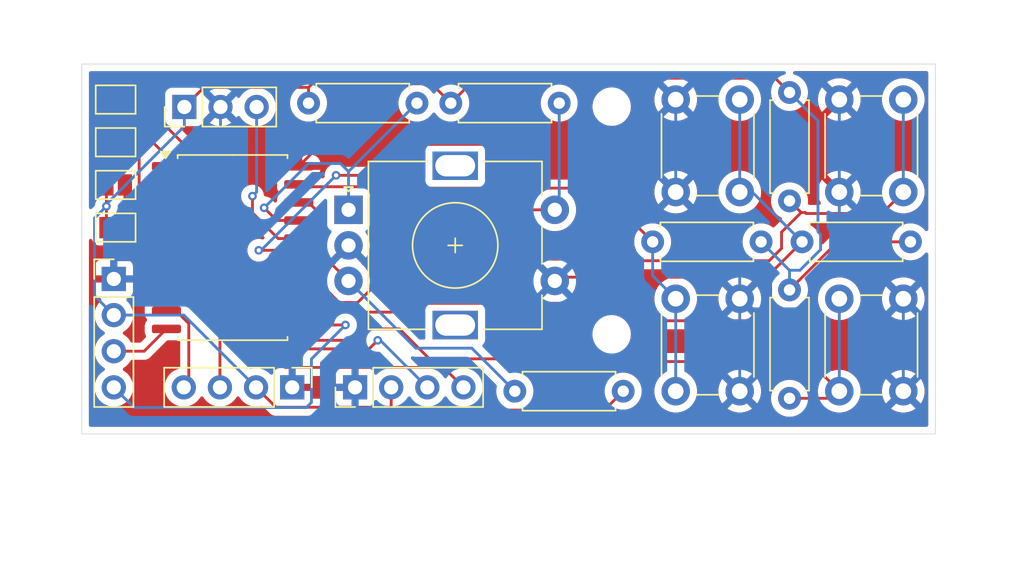
<source format=kicad_pcb>
(kicad_pcb (version 20241229) (generator "pcbnew") (generator_version "9.0")
  (layers (0 "F.Cu" signal) (2 "B.Cu" signal) (13 "F.Paste" user) (15 "B.Paste" user) (5 "F.SilkS" user "F.Silkscreen") (7 "B.SilkS" user "B.Silkscreen") (1 "F.Mask" user) (3 "B.Mask" user) (25 "Edge.Cuts" user))
  (net 0 "")
  (net 1 "Net-(J1-Pin_3)")
  (net 2 "GND")
  (net 3 "VCC")
  (net 4 "Net-(J2-Pin_4)")
  (net 5 "Net-(J2-Pin_3)")
  (net 6 "Net-(J3-Pin_3)")
  (net 7 "Net-(J3-Pin_4)")
  (net 8 "Net-(U1-PA1)")
  (net 9 "Net-(U1-PA2)")
  (net 10 "Net-(U1-PA3)")
  (net 11 "Net-(U1-PC0)")
  (net 12 "Net-(U1-PC1)")
  (net 13 "Net-(U1-PC2)")
  (net 14 "Net-(U1-PC3)")
  (net 15 "Net-(J4-Pin_3)")
  (net 16 "Net-(J4-Pin_4)")
  (net 17 "Net-(JP1-A)")
  (net 18 "Net-(JP2-A)")
  (net 19 "Net-(JP3-A)")
  (net 20 "Net-(JP4-A)")
  (footprint "Rotary_Encoder:RotaryEncoder_Alps_EC11E-Switch_Vertical_H20mm" (layer "F.Cu") (at 154 77.25)
    (property "Reference" "SW1" (hide yes))
    (property "Value" "RotaryEncoder_Switch" (hide yes))
    (fp_line (start -0.3 -1.6) (end 0.3 -1.6) (stroke (width 0.12)) (layer "F.SilkS"))
    (fp_line (start 0 -1.3) (end -0.3 -1.6) (stroke (width 0.12)) (layer "F.SilkS"))
    (fp_line (start 0.3 -1.6) (end 0 -1.3) (stroke (width 0.12)) (layer "F.SilkS"))
    (fp_line (start 1.4 -3.4) (end 1.4 8.4) (stroke (width 0.12)) (layer "F.SilkS"))
    (fp_line (start 5.5 -3.4) (end 1.4 -3.4) (stroke (width 0.12)) (layer "F.SilkS"))
    (fp_line (start 5.5 8.4) (end 1.4 8.4) (stroke (width 0.12)) (layer "F.SilkS"))
    (fp_line (start 7 2.5) (end 8 2.5) (stroke (width 0.12)) (layer "F.SilkS"))
    (fp_line (start 7.5 2) (end 7.5 3) (stroke (width 0.12)) (layer "F.SilkS"))
    (fp_line (start 9.5 -3.4) (end 13.6 -3.4) (stroke (width 0.12)) (layer "F.SilkS"))
    (fp_line (start 13.6 -3.4) (end 13.6 -1) (stroke (width 0.12)) (layer "F.SilkS"))
    (fp_line (start 13.6 1.2) (end 13.6 3.8) (stroke (width 0.12)) (layer "F.SilkS"))
    (fp_line (start 13.6 6) (end 13.6 8.4) (stroke (width 0.12)) (layer "F.SilkS"))
    (fp_line (start 13.6 8.4) (end 9.5 8.4) (stroke (width 0.12)) (layer "F.SilkS"))
    (fp_circle (center 7.5 2.5) (end 10.5 2.5) (stroke (width 0.12)) (fill no) (layer "F.SilkS"))
    (pad "A" thru_hole rect (at 0 0) (size 2 2) (drill 1) (layers "*.Cu" "*.Mask") (net 8 "Net-(U1-PA1)"))
    (pad "B" thru_hole circle (at 0 5) (size 2 2) (drill 1) (layers "*.Cu" "*.Mask") (net 9 "Net-(U1-PA2)"))
    (pad "C" thru_hole circle (at 0 2.5) (size 2 2) (drill 1) (layers "*.Cu" "*.Mask") (net 2 "GND"))
    (pad "MP" thru_hole rect (at 7.5 -3.1) (size 3.2 2) (drill oval 2.8 1.5) (layers "*.Cu" "*.Mask"))
    (pad "MP" thru_hole rect (at 7.5 8.1) (size 3.2 2) (drill oval 2.8 1.5) (layers "*.Cu" "*.Mask"))
    (pad "S1" thru_hole circle (at 14.5 5) (size 2 2) (drill 1) (layers "*.Cu" "*.Mask") (net 2 "GND"))
    (pad "S2" thru_hole circle (at 14.5 0) (size 2 2) (drill 1) (layers "*.Cu" "*.Mask") (net 10 "Net-(U1-PA3)"))
  )
  (footprint "Jumper:SolderJumper-2_P1.3mm_Open_Pad1.0x1.5mm" (layer "F.Cu") (at 137.63 72.5 180)
    (property "Reference" "JP2" (hide yes))
    (property "Value" "SolderJumper_2_Open" (hide yes))
    (fp_line (start 1.4 1) (end -1.4 1) (stroke (width 0.12)) (layer "F.SilkS"))
    (fp_line (start 1.4 -1) (end 1.4 1) (stroke (width 0.12)) (layer "F.SilkS"))
    (fp_line (start -1.4 1) (end -1.4 -1) (stroke (width 0.12)) (layer "F.SilkS"))
    (fp_line (start -1.4 -1) (end 1.4 -1) (stroke (width 0.12)) (layer "F.SilkS"))
    (pad "1" smd rect (at -0.65 0 180) (size 1 1.5) (layers "F.Cu" "F.Mask") (net 18 "Net-(JP2-A)"))
    (pad "2" smd rect (at 0.65 0 180) (size 1 1.5) (layers "F.Cu" "F.Mask") (net 3 "VCC"))
  )
  (footprint "Resistor_THT:R_Axial_DIN0207_L6.3mm_D2.5mm_P7.62mm_Horizontal" (layer "F.Cu") (at 185 82.88 -90)
    (property "Reference" "R9" (hide yes))
    (property "Value" "R" (hide yes))
    (fp_line (start 0.54 1.37) (end 7.08 1.37) (stroke (width 0.12)) (layer "F.SilkS"))
    (fp_line (start 7.08 1.37) (end 7.08 1.04) (stroke (width 0.12)) (layer "F.SilkS"))
    (fp_line (start 0.54 1.04) (end 0.54 1.37) (stroke (width 0.12)) (layer "F.SilkS"))
    (fp_line (start 0.54 -1.04) (end 0.54 -1.37) (stroke (width 0.12)) (layer "F.SilkS"))
    (fp_line (start 0.54 -1.37) (end 7.08 -1.37) (stroke (width 0.12)) (layer "F.SilkS"))
    (fp_line (start 7.08 -1.37) (end 7.08 -1.04) (stroke (width 0.12)) (layer "F.SilkS"))
    (pad "1" thru_hole circle (at 0 0 270) (size 1.6 1.6) (drill 0.8) (layers "*.Cu" "*.Mask") (net 3 "VCC"))
    (pad "2" thru_hole circle (at 7.62 0 270) (size 1.6 1.6) (drill 0.8) (layers "*.Cu" "*.Mask") (net 13 "Net-(U1-PC2)"))
  )
  (footprint "Resistor_THT:R_Axial_DIN0207_L6.3mm_D2.5mm_P7.62mm_Horizontal" (layer "F.Cu") (at 185 69 -90)
    (property "Reference" "R8" (hide yes))
    (property "Value" "R" (hide yes))
    (fp_line (start 0.54 1.37) (end 7.08 1.37) (stroke (width 0.12)) (layer "F.SilkS"))
    (fp_line (start 7.08 1.37) (end 7.08 1.04) (stroke (width 0.12)) (layer "F.SilkS"))
    (fp_line (start 0.54 1.04) (end 0.54 1.37) (stroke (width 0.12)) (layer "F.SilkS"))
    (fp_line (start 0.54 -1.04) (end 0.54 -1.37) (stroke (width 0.12)) (layer "F.SilkS"))
    (fp_line (start 0.54 -1.37) (end 7.08 -1.37) (stroke (width 0.12)) (layer "F.SilkS"))
    (fp_line (start 7.08 -1.37) (end 7.08 -1.04) (stroke (width 0.12)) (layer "F.SilkS"))
    (pad "1" thru_hole circle (at 0 0 270) (size 1.6 1.6) (drill 0.8) (layers "*.Cu" "*.Mask") (net 3 "VCC"))
    (pad "2" thru_hole circle (at 7.62 0 270) (size 1.6 1.6) (drill 0.8) (layers "*.Cu" "*.Mask") (net 12 "Net-(U1-PC1)"))
  )
  (footprint "Package_SO:SOIC-20W_7.5x12.8mm_P1.27mm" (layer "F.Cu") (at 145.85 79.905)
    (property "Reference" "U1" (hide yes))
    (property "Value" "ATtiny1616-S")
    (fp_line (start -3.86 -6.51) (end -3.86 -6.275) (stroke (width 0.12)) (layer "F.SilkS"))
    (fp_line (start -3.86 6.51) (end -3.86 6.275) (stroke (width 0.12)) (layer "F.SilkS"))
    (fp_line (start 0 -6.51) (end -3.86 -6.51) (stroke (width 0.12)) (layer "F.SilkS"))
    (fp_line (start 0 -6.51) (end 3.86 -6.51) (stroke (width 0.12)) (layer "F.SilkS"))
    (fp_line (start 0 6.51) (end -3.86 6.51) (stroke (width 0.12)) (layer "F.SilkS"))
    (fp_line (start 0 6.51) (end 3.86 6.51) (stroke (width 0.12)) (layer "F.SilkS"))
    (fp_line (start 3.86 -6.51) (end 3.86 -6.275) (stroke (width 0.12)) (layer "F.SilkS"))
    (fp_line (start 3.86 6.51) (end 3.86 6.275) (stroke (width 0.12)) (layer "F.SilkS"))
    (fp_poly (pts (xy -4.7125 -6.275) (xy -5.0525 -6.745) (xy -4.3725 -6.745)) (stroke (width 0.12)) (fill yes) (layer "F.SilkS"))
    (pad "1" smd roundrect (at -4.65 -5.715) (size 2.05 0.6) (layers "F.Cu" "F.Mask" "F.Paste") (net 3 "VCC"))
    (pad "2" smd roundrect (at -4.65 -4.445) (size 2.05 0.6) (layers "F.Cu" "F.Mask" "F.Paste") (net 17 "Net-(JP1-A)"))
    (pad "3" smd roundrect (at -4.65 -3.175) (size 2.05 0.6) (layers "F.Cu" "F.Mask" "F.Paste") (net 18 "Net-(JP2-A)"))
    (pad "4" smd roundrect (at -4.65 -1.905) (size 2.05 0.6) (layers "F.Cu" "F.Mask" "F.Paste") (net 19 "Net-(JP3-A)"))
    (pad "5" smd roundrect (at -4.65 -0.635) (size 2.05 0.6) (layers "F.Cu" "F.Mask" "F.Paste") (net 20 "Net-(JP4-A)"))
    (pad "6" smd roundrect (at -4.65 0.635) (size 2.05 0.6) (layers "F.Cu" "F.Mask" "F.Paste") (net 15 "Net-(J4-Pin_3)"))
    (pad "7" smd roundrect (at -4.65 1.905) (size 2.05 0.6) (layers "F.Cu" "F.Mask" "F.Paste") (net 16 "Net-(J4-Pin_4)"))
    (pad "8" smd roundrect (at -4.65 3.175) (size 2.05 0.6) (layers "F.Cu" "F.Mask" "F.Paste") (net 6 "Net-(J3-Pin_3)"))
    (pad "9" smd roundrect (at -4.65 4.445) (size 2.05 0.6) (layers "F.Cu" "F.Mask" "F.Paste") (net 7 "Net-(J3-Pin_4)"))
    (pad "10" smd roundrect (at -4.65 5.715) (size 2.05 0.6) (layers "F.Cu" "F.Mask" "F.Paste") (net 5 "Net-(J2-Pin_3)"))
    (pad "11" smd roundrect (at 4.65 5.715) (size 2.05 0.6) (layers "F.Cu" "F.Mask" "F.Paste") (net 4 "Net-(J2-Pin_4)"))
    (pad "12" smd roundrect (at 4.65 4.445) (size 2.05 0.6) (layers "F.Cu" "F.Mask" "F.Paste") (net 11 "Net-(U1-PC0)"))
    (pad "13" smd roundrect (at 4.65 3.175) (size 2.05 0.6) (layers "F.Cu" "F.Mask" "F.Paste") (net 12 "Net-(U1-PC1)"))
    (pad "14" smd roundrect (at 4.65 1.905) (size 2.05 0.6) (layers "F.Cu" "F.Mask" "F.Paste") (net 13 "Net-(U1-PC2)"))
    (pad "15" smd roundrect (at 4.65 0.635) (size 2.05 0.6) (layers "F.Cu" "F.Mask" "F.Paste") (net 14 "Net-(U1-PC3)"))
    (pad "16" smd roundrect (at 4.65 -0.635) (size 2.05 0.6) (layers "F.Cu" "F.Mask" "F.Paste") (net 1 "Net-(J1-Pin_3)"))
    (pad "17" smd roundrect (at 4.65 -1.905) (size 2.05 0.6) (layers "F.Cu" "F.Mask" "F.Paste") (net 8 "Net-(U1-PA1)"))
    (pad "18" smd roundrect (at 4.65 -3.175) (size 2.05 0.6) (layers "F.Cu" "F.Mask" "F.Paste") (net 9 "Net-(U1-PA2)"))
    (pad "19" smd roundrect (at 4.65 -4.445) (size 2.05 0.6) (layers "F.Cu" "F.Mask" "F.Paste") (net 10 "Net-(U1-PA3)"))
    (pad "20" smd roundrect (at 4.65 -5.715) (size 2.05 0.6) (layers "F.Cu" "F.Mask" "F.Paste") (net 2 "GND"))
  )
  (footprint "Button_Switch_THT:SW_PUSH_6mm" (layer "F.Cu") (at 181.5 83.5 -90)
    (property "Reference" "SW6" (hide yes))
    (property "Value" "SW_Push" (hide yes))
    (fp_line (start 1 5.5) (end 5.5 5.5) (stroke (width 0.12)) (layer "F.SilkS"))
    (fp_line (start 6.75 3) (end 6.75 1.5) (stroke (width 0.12)) (layer "F.SilkS"))
    (fp_line (start -0.25 1.5) (end -0.25 3) (stroke (width 0.12)) (layer "F.SilkS"))
    (fp_line (start 5.5 -1) (end 1 -1) (stroke (width 0.12)) (layer "F.SilkS"))
    (pad "1" thru_hole circle (at 0 0) (size 2 2) (drill 1.1) (layers "*.Cu" "*.Mask") (net 2 "GND"))
    (pad "1" thru_hole circle (at 6.5 0) (size 2 2) (drill 1.1) (layers "*.Cu" "*.Mask") (net 2 "GND"))
    (pad "2" thru_hole circle (at 0 4.5) (size 2 2) (drill 1.1) (layers "*.Cu" "*.Mask") (net 14 "Net-(U1-PC3)"))
    (pad "2" thru_hole circle (at 6.5 4.5) (size 2 2) (drill 1.1) (layers "*.Cu" "*.Mask") (net 14 "Net-(U1-PC3)"))
  )
  (footprint "Jumper:SolderJumper-2_P1.3mm_Open_Pad1.0x1.5mm" (layer "F.Cu") (at 137.63 69.5 180)
    (property "Reference" "JP1" (hide yes))
    (property "Value" "SolderJumper_2_Open" (hide yes))
    (fp_line (start 1.4 1) (end -1.4 1) (stroke (width 0.12)) (layer "F.SilkS"))
    (fp_line (start 1.4 -1) (end 1.4 1) (stroke (width 0.12)) (layer "F.SilkS"))
    (fp_line (start -1.4 1) (end -1.4 -1) (stroke (width 0.12)) (layer "F.SilkS"))
    (fp_line (start -1.4 -1) (end 1.4 -1) (stroke (width 0.12)) (layer "F.SilkS"))
    (pad "1" smd rect (at -0.65 0 180) (size 1 1.5) (layers "F.Cu" "F.Mask") (net 17 "Net-(JP1-A)"))
    (pad "2" smd rect (at 0.65 0 180) (size 1 1.5) (layers "F.Cu" "F.Mask") (net 3 "VCC"))
  )
  (footprint "MountingHole:MountingHole_2.2mm_M2" (layer "F.Cu") (at 172.5 86)
    (property "Reference" "REF**" (hide yes))
    (property "Value" "MountingHole_2.2mm_M2" (hide yes))
    (pad "" np_thru_hole circle (at 0 0) (size 2.2 2.2) (drill 2.2) (layers "*.Cu" "*.Mask"))
  )
  (footprint "Connector_PinHeader_2.54mm:PinHeader_1x04_P2.54mm_Vertical" (layer "F.Cu") (at 137.5 82.11)
    (property "Reference" "J2" (hide yes))
    (property "Value" "I2C")
    (fp_line (start -1.38 -1.38) (end 0 -1.38) (stroke (width 0.12)) (layer "F.SilkS"))
    (fp_line (start -1.38 0) (end -1.38 -1.38) (stroke (width 0.12)) (layer "F.SilkS"))
    (fp_line (start -1.38 1.27) (end -1.38 9) (stroke (width 0.12)) (layer "F.SilkS"))
    (fp_line (start -1.38 1.27) (end 1.38 1.27) (stroke (width 0.12)) (layer "F.SilkS"))
    (fp_line (start -1.38 9) (end 1.38 9) (stroke (width 0.12)) (layer "F.SilkS"))
    (fp_line (start 1.38 1.27) (end 1.38 9) (stroke (width 0.12)) (layer "F.SilkS"))
    (pad "1" thru_hole rect (at 0 0) (size 1.7 1.7) (drill 1) (layers "*.Cu" "*.Mask") (net 2 "GND"))
    (pad "2" thru_hole circle (at 0 2.54) (size 1.7 1.7) (drill 1) (layers "*.Cu" "*.Mask") (net 3 "VCC"))
    (pad "3" thru_hole circle (at 0 5.08) (size 1.7 1.7) (drill 1) (layers "*.Cu" "*.Mask") (net 5 "Net-(J2-Pin_3)"))
    (pad "4" thru_hole circle (at 0 7.62) (size 1.7 1.7) (drill 1) (layers "*.Cu" "*.Mask") (net 4 "Net-(J2-Pin_4)"))
  )
  (footprint "Resistor_THT:R_Axial_DIN0207_L6.3mm_D2.5mm_P7.62mm_Horizontal" (layer "F.Cu") (at 183 79.5 180)
    (property "Reference" "R10" (hide yes))
    (property "Value" "R" (hide yes))
    (fp_line (start 7.08 1.37) (end 7.08 1.04) (stroke (width 0.12)) (layer "F.SilkS"))
    (fp_line (start 7.08 -1.37) (end 7.08 -1.04) (stroke (width 0.12)) (layer "F.SilkS"))
    (fp_line (start 0.54 1.37) (end 7.08 1.37) (stroke (width 0.12)) (layer "F.SilkS"))
    (fp_line (start 0.54 1.04) (end 0.54 1.37) (stroke (width 0.12)) (layer "F.SilkS"))
    (fp_line (start 0.54 -1.04) (end 0.54 -1.37) (stroke (width 0.12)) (layer "F.SilkS"))
    (fp_line (start 0.54 -1.37) (end 7.08 -1.37) (stroke (width 0.12)) (layer "F.SilkS"))
    (pad "1" thru_hole circle (at 0 0 180) (size 1.6 1.6) (drill 0.8) (layers "*.Cu" "*.Mask") (net 3 "VCC"))
    (pad "2" thru_hole circle (at 7.62 0 180) (size 1.6 1.6) (drill 0.8) (layers "*.Cu" "*.Mask") (net 14 "Net-(U1-PC3)"))
  )
  (footprint "Resistor_THT:R_Axial_DIN0207_L6.3mm_D2.5mm_P7.62mm_Horizontal" (layer "F.Cu") (at 161.19 69.75)
    (property "Reference" "R3" (hide yes))
    (property "Value" "R" (hide yes))
    (fp_line (start 0.54 -1.37) (end 7.08 -1.37) (stroke (width 0.12)) (layer "F.SilkS"))
    (fp_line (start 0.54 -1.04) (end 0.54 -1.37) (stroke (width 0.12)) (layer "F.SilkS"))
    (fp_line (start 0.54 1.04) (end 0.54 1.37) (stroke (width 0.12)) (layer "F.SilkS"))
    (fp_line (start 0.54 1.37) (end 7.08 1.37) (stroke (width 0.12)) (layer "F.SilkS"))
    (fp_line (start 7.08 -1.37) (end 7.08 -1.04) (stroke (width 0.12)) (layer "F.SilkS"))
    (fp_line (start 7.08 1.37) (end 7.08 1.04) (stroke (width 0.12)) (layer "F.SilkS"))
    (pad "1" thru_hole circle (at 0 0) (size 1.6 1.6) (drill 0.8) (layers "*.Cu" "*.Mask") (net 3 "VCC"))
    (pad "2" thru_hole circle (at 7.62 0) (size 1.6 1.6) (drill 0.8) (layers "*.Cu" "*.Mask") (net 10 "Net-(U1-PA3)"))
  )
  (footprint "Resistor_THT:R_Axial_DIN0207_L6.3mm_D2.5mm_P7.62mm_Horizontal" (layer "F.Cu") (at 173.31 90 180)
    (property "Reference" "R2" (hide yes))
    (property "Value" "R" (hide yes))
    (fp_line (start 7.08 1.37) (end 7.08 1.04) (stroke (width 0.12)) (layer "F.SilkS"))
    (fp_line (start 7.08 -1.37) (end 7.08 -1.04) (stroke (width 0.12)) (layer "F.SilkS"))
    (fp_line (start 0.54 1.37) (end 7.08 1.37) (stroke (width 0.12)) (layer "F.SilkS"))
    (fp_line (start 0.54 1.04) (end 0.54 1.37) (stroke (width 0.12)) (layer "F.SilkS"))
    (fp_line (start 0.54 -1.04) (end 0.54 -1.37) (stroke (width 0.12)) (layer "F.SilkS"))
    (fp_line (start 0.54 -1.37) (end 7.08 -1.37) (stroke (width 0.12)) (layer "F.SilkS"))
    (pad "1" thru_hole circle (at 0 0 180) (size 1.6 1.6) (drill 0.8) (layers "*.Cu" "*.Mask") (net 3 "VCC"))
    (pad "2" thru_hole circle (at 7.62 0 180) (size 1.6 1.6) (drill 0.8) (layers "*.Cu" "*.Mask") (net 9 "Net-(U1-PA2)"))
  )
  (footprint "Resistor_THT:R_Axial_DIN0207_L6.3mm_D2.5mm_P7.62mm_Horizontal" (layer "F.Cu") (at 151.19 69.75)
    (property "Reference" "R1" (hide yes))
    (property "Value" "R" (hide yes))
    (fp_line (start 0.54 -1.37) (end 7.08 -1.37) (stroke (width 0.12)) (layer "F.SilkS"))
    (fp_line (start 0.54 -1.04) (end 0.54 -1.37) (stroke (width 0.12)) (layer "F.SilkS"))
    (fp_line (start 0.54 1.04) (end 0.54 1.37) (stroke (width 0.12)) (layer "F.SilkS"))
    (fp_line (start 0.54 1.37) (end 7.08 1.37) (stroke (width 0.12)) (layer "F.SilkS"))
    (fp_line (start 7.08 -1.37) (end 7.08 -1.04) (stroke (width 0.12)) (layer "F.SilkS"))
    (fp_line (start 7.08 1.37) (end 7.08 1.04) (stroke (width 0.12)) (layer "F.SilkS"))
    (pad "1" thru_hole circle (at 0 0) (size 1.6 1.6) (drill 0.8) (layers "*.Cu" "*.Mask") (net 3 "VCC"))
    (pad "2" thru_hole circle (at 7.62 0) (size 1.6 1.6) (drill 0.8) (layers "*.Cu" "*.Mask") (net 8 "Net-(U1-PA1)"))
  )
  (footprint "Jumper:SolderJumper-2_P1.3mm_Open_Pad1.0x1.5mm" (layer "F.Cu") (at 137.63 75.5 180)
    (property "Reference" "JP3" (hide yes))
    (property "Value" "SolderJumper_2_Open" (hide yes))
    (fp_line (start 1.4 1) (end -1.4 1) (stroke (width 0.12)) (layer "F.SilkS"))
    (fp_line (start 1.4 -1) (end 1.4 1) (stroke (width 0.12)) (layer "F.SilkS"))
    (fp_line (start -1.4 1) (end -1.4 -1) (stroke (width 0.12)) (layer "F.SilkS"))
    (fp_line (start -1.4 -1) (end 1.4 -1) (stroke (width 0.12)) (layer "F.SilkS"))
    (pad "1" smd rect (at -0.65 0 180) (size 1 1.5) (layers "F.Cu" "F.Mask") (net 19 "Net-(JP3-A)"))
    (pad "2" smd rect (at 0.65 0 180) (size 1 1.5) (layers "F.Cu" "F.Mask") (net 3 "VCC"))
  )
  (footprint "Resistor_THT:R_Axial_DIN0207_L6.3mm_D2.5mm_P7.62mm_Horizontal" (layer "F.Cu") (at 193.5 79.5 180)
    (property "Reference" "R7" (hide yes))
    (property "Value" "R" (hide yes))
    (fp_line (start 7.08 1.37) (end 7.08 1.04) (stroke (width 0.12)) (layer "F.SilkS"))
    (fp_line (start 7.08 -1.37) (end 7.08 -1.04) (stroke (width 0.12)) (layer "F.SilkS"))
    (fp_line (start 0.54 1.37) (end 7.08 1.37) (stroke (width 0.12)) (layer "F.SilkS"))
    (fp_line (start 0.54 1.04) (end 0.54 1.37) (stroke (width 0.12)) (layer "F.SilkS"))
    (fp_line (start 0.54 -1.04) (end 0.54 -1.37) (stroke (width 0.12)) (layer "F.SilkS"))
    (fp_line (start 0.54 -1.37) (end 7.08 -1.37) (stroke (width 0.12)) (layer "F.SilkS"))
    (pad "1" thru_hole circle (at 0 0 180) (size 1.6 1.6) (drill 0.8) (layers "*.Cu" "*.Mask") (net 3 "VCC"))
    (pad "2" thru_hole circle (at 7.62 0 180) (size 1.6 1.6) (drill 0.8) (layers "*.Cu" "*.Mask") (net 11 "Net-(U1-PC0)"))
  )
  (footprint "Connector_PinHeader_2.54mm:PinHeader_1x04_P2.54mm_Vertical" (layer "F.Cu") (at 154.46 89.73 90)
    (property "Reference" "J4" (hide yes))
    (property "Value" "Spare")
    (fp_line (start -1.38 -1.38) (end 0 -1.38) (stroke (width 0.12)) (layer "F.SilkS"))
    (fp_line (start -1.38 0) (end -1.38 -1.38) (stroke (width 0.12)) (layer "F.SilkS"))
    (fp_line (start 1.38 1.27) (end 1.38 9) (stroke (width 0.12)) (layer "F.SilkS"))
    (fp_line (start -1.38 1.27) (end 1.38 1.27) (stroke (width 0.12)) (layer "F.SilkS"))
    (fp_line (start -1.38 1.27) (end -1.38 9) (stroke (width 0.12)) (layer "F.SilkS"))
    (fp_line (start -1.38 9) (end 1.38 9) (stroke (width 0.12)) (layer "F.SilkS"))
    (pad "1" thru_hole rect (at 0 0 90) (size 1.7 1.7) (drill 1) (layers "*.Cu" "*.Mask") (net 2 "GND"))
    (pad "2" thru_hole circle (at 0 2.54 90) (size 1.7 1.7) (drill 1) (layers "*.Cu" "*.Mask") (net 3 "VCC"))
    (pad "3" thru_hole circle (at 0 5.08 90) (size 1.7 1.7) (drill 1) (layers "*.Cu" "*.Mask") (net 15 "Net-(J4-Pin_3)"))
    (pad "4" thru_hole circle (at 0 7.62 90) (size 1.7 1.7) (drill 1) (layers "*.Cu" "*.Mask") (net 16 "Net-(J4-Pin_4)"))
  )
  (footprint "Connector_PinHeader_2.54mm:PinHeader_1x04_P2.54mm_Vertical" (layer "F.Cu") (at 150.04 89.73 -90)
    (property "Reference" "J3" (hide yes))
    (property "Value" "Serial")
    (fp_line (start -1.38 9) (end 1.38 9) (stroke (width 0.12)) (layer "F.SilkS"))
    (fp_line (start -1.38 1.27) (end -1.38 9) (stroke (width 0.12)) (layer "F.SilkS"))
    (fp_line (start -1.38 1.27) (end 1.38 1.27) (stroke (width 0.12)) (layer "F.SilkS"))
    (fp_line (start 1.38 1.27) (end 1.38 9) (stroke (width 0.12)) (layer "F.SilkS"))
    (fp_line (start -1.38 0) (end -1.38 -1.38) (stroke (width 0.12)) (layer "F.SilkS"))
    (fp_line (start -1.38 -1.38) (end 0 -1.38) (stroke (width 0.12)) (layer "F.SilkS"))
    (pad "1" thru_hole rect (at 0 0 270) (size 1.7 1.7) (drill 1) (layers "*.Cu" "*.Mask") (net 2 "GND"))
    (pad "2" thru_hole circle (at 0 2.54 270) (size 1.7 1.7) (drill 1) (layers "*.Cu" "*.Mask") (net 3 "VCC"))
    (pad "3" thru_hole circle (at 0 5.08 270) (size 1.7 1.7) (drill 1) (layers "*.Cu" "*.Mask") (net 6 "Net-(J3-Pin_3)"))
    (pad "4" thru_hole circle (at 0 7.62 270) (size 1.7 1.7) (drill 1) (layers "*.Cu" "*.Mask") (net 7 "Net-(J3-Pin_4)"))
  )
  (footprint "Jumper:SolderJumper-2_P1.3mm_Open_Pad1.0x1.5mm" (layer "F.Cu") (at 137.63 78.5 180)
    (property "Reference" "JP4" (hide yes))
    (property "Value" "SolderJumper_2_Open" (hide yes))
    (fp_line (start 1.4 1) (end -1.4 1) (stroke (width 0.12)) (layer "F.SilkS"))
    (fp_line (start 1.4 -1) (end 1.4 1) (stroke (width 0.12)) (layer "F.SilkS"))
    (fp_line (start -1.4 1) (end -1.4 -1) (stroke (width 0.12)) (layer "F.SilkS"))
    (fp_line (start -1.4 -1) (end 1.4 -1) (stroke (width 0.12)) (layer "F.SilkS"))
    (pad "1" smd rect (at -0.65 0 180) (size 1 1.5) (layers "F.Cu" "F.Mask") (net 20 "Net-(JP4-A)"))
    (pad "2" smd rect (at 0.65 0 180) (size 1 1.5) (layers "F.Cu" "F.Mask") (net 3 "VCC"))
  )
  (footprint "Button_Switch_THT:SW_PUSH_6mm" (layer "F.Cu") (at 188.5 76 90)
    (property "Reference" "SW4" (hide yes))
    (property "Value" "SW_Push" (hide yes))
    (fp_line (start 5.5 -1) (end 1 -1) (stroke (width 0.12)) (layer "F.SilkS"))
    (fp_line (start -0.25 1.5) (end -0.25 3) (stroke (width 0.12)) (layer "F.SilkS"))
    (fp_line (start 6.75 3) (end 6.75 1.5) (stroke (width 0.12)) (layer "F.SilkS"))
    (fp_line (start 1 5.5) (end 5.5 5.5) (stroke (width 0.12)) (layer "F.SilkS"))
    (pad "1" thru_hole circle (at 0 0 180) (size 2 2) (drill 1.1) (layers "*.Cu" "*.Mask") (net 2 "GND"))
    (pad "1" thru_hole circle (at 6.5 0 180) (size 2 2) (drill 1.1) (layers "*.Cu" "*.Mask") (net 2 "GND"))
    (pad "2" thru_hole circle (at 0 4.5 180) (size 2 2) (drill 1.1) (layers "*.Cu" "*.Mask") (net 12 "Net-(U1-PC1)"))
    (pad "2" thru_hole circle (at 6.5 4.5 180) (size 2 2) (drill 1.1) (layers "*.Cu" "*.Mask") (net 12 "Net-(U1-PC1)"))
  )
  (footprint "Button_Switch_THT:SW_PUSH_6mm" (layer "F.Cu") (at 193 83.5 -90)
    (property "Reference" "SW5" (hide yes))
    (property "Value" "SW_Push" (hide yes))
    (fp_line (start 1 5.5) (end 5.5 5.5) (stroke (width 0.12)) (layer "F.SilkS"))
    (fp_line (start 6.75 3) (end 6.75 1.5) (stroke (width 0.12)) (layer "F.SilkS"))
    (fp_line (start -0.25 1.5) (end -0.25 3) (stroke (width 0.12)) (layer "F.SilkS"))
    (fp_line (start 5.5 -1) (end 1 -1) (stroke (width 0.12)) (layer "F.SilkS"))
    (pad "1" thru_hole circle (at 0 0) (size 2 2) (drill 1.1) (layers "*.Cu" "*.Mask") (net 2 "GND"))
    (pad "1" thru_hole circle (at 6.5 0) (size 2 2) (drill 1.1) (layers "*.Cu" "*.Mask") (net 2 "GND"))
    (pad "2" thru_hole circle (at 0 4.5) (size 2 2) (drill 1.1) (layers "*.Cu" "*.Mask") (net 13 "Net-(U1-PC2)"))
    (pad "2" thru_hole circle (at 6.5 4.5) (size 2 2) (drill 1.1) (layers "*.Cu" "*.Mask") (net 13 "Net-(U1-PC2)"))
  )
  (footprint "MountingHole:MountingHole_2.2mm_M2" (layer "F.Cu") (at 172.5 70)
    (property "Reference" "M2" (hide yes))
    (property "Value" "MountingHole_2.2mm_M2" (hide yes))
    (pad "" np_thru_hole circle (at 0 0) (size 2.2 2.2) (drill 2.2) (layers "*.Cu" "*.Mask"))
  )
  (footprint "Connector_PinHeader_2.54mm:PinHeader_1x03_P2.54mm_Vertical" (layer "F.Cu") (at 142.46 70.02 90)
    (property "Reference" "J1" (hide yes))
    (property "Value" "UPDI")
    (fp_line (start -1.38 -1.38) (end 0 -1.38) (stroke (width 0.12)) (layer "F.SilkS"))
    (fp_line (start -1.38 0) (end -1.38 -1.38) (stroke (width 0.12)) (layer "F.SilkS"))
    (fp_line (start 1.38 1.27) (end 1.38 6.46) (stroke (width 0.12)) (layer "F.SilkS"))
    (fp_line (start -1.38 1.27) (end 1.38 1.27) (stroke (width 0.12)) (layer "F.SilkS"))
    (fp_line (start -1.38 1.27) (end -1.38 6.46) (stroke (width 0.12)) (layer "F.SilkS"))
    (fp_line (start -1.38 6.46) (end 1.38 6.46) (stroke (width 0.12)) (layer "F.SilkS"))
    (pad "1" thru_hole rect (at 0 0 90) (size 1.7 1.7) (drill 1) (layers "*.Cu" "*.Mask") (net 3 "VCC"))
    (pad "2" thru_hole circle (at 0 2.54 90) (size 1.7 1.7) (drill 1) (layers "*.Cu" "*.Mask") (net 2 "GND"))
    (pad "3" thru_hole circle (at 0 5.08 90) (size 1.7 1.7) (drill 1) (layers "*.Cu" "*.Mask") (net 1 "Net-(J1-Pin_3)"))
  )
  (footprint "Button_Switch_THT:SW_PUSH_6mm" (layer "F.Cu") (at 177 76 90)
    (property "Reference" "SW2" (hide yes))
    (property "Value" "SW_Push" (hide yes))
    (fp_line (start 5.5 -1) (end 1 -1) (stroke (width 0.12)) (layer "F.SilkS"))
    (fp_line (start -0.25 1.5) (end -0.25 3) (stroke (width 0.12)) (layer "F.SilkS"))
    (fp_line (start 6.75 3) (end 6.75 1.5) (stroke (width 0.12)) (layer "F.SilkS"))
    (fp_line (start 1 5.5) (end 5.5 5.5) (stroke (width 0.12)) (layer "F.SilkS"))
    (pad "1" thru_hole circle (at 0 0 180) (size 2 2) (drill 1.1) (layers "*.Cu" "*.Mask") (net 2 "GND"))
    (pad "1" thru_hole circle (at 6.5 0 180) (size 2 2) (drill 1.1) (layers "*.Cu" "*.Mask") (net 2 "GND"))
    (pad "2" thru_hole circle (at 0 4.5 180) (size 2 2) (drill 1.1) (layers "*.Cu" "*.Mask") (net 11 "Net-(U1-PC0)"))
    (pad "2" thru_hole circle (at 6.5 4.5 180) (size 2 2) (drill 1.1) (layers "*.Cu" "*.Mask") (net 11 "Net-(U1-PC0)"))
  )
  (gr_rect (start 135.25 67) (end 195.25 93) (stroke (width 0.05)) (fill no) (layer "Edge.Cuts"))
  (segment (start 150.5 79.27) (end 149.0535 79.27) (width 0.2) (layer "F.Cu") (net 1))
  (segment (start 149.0535 79.27) (end 147.2472 77.4637) (width 0.2) (layer "F.Cu") (net 1))
  (segment (start 147.2472 77.4637) (end 147.2472 76.2864) (width 0.2) (layer "F.Cu") (net 1))
  (segment (start 147.2472 76.2864) (end 147.2471 76.2864) (width 0.2) (layer "F.Cu") (net 1))
  (via (at 147.2471 76.2864) (size 0.6) (drill 0.3) (layers "F.Cu" "B.Cu") (net 1))
  (segment (start 147.2471 76.2864) (end 147.54 75.9935) (width 0.2) (layer "B.Cu") (net 1))
  (segment (start 147.54 75.9935) (end 147.54 70.02) (width 0.2) (layer "B.Cu") (net 1))
  (segment (start 177 76) (end 173.6483 72.6483) (width 0.2) (layer "F.Cu") (net 2))
  (segment (start 179.9844 81.9844) (end 181.5 83.5) (width 0.2) (layer "F.Cu") (net 2))
  (segment (start 152.0417 72.6483) (end 150.5 74.19) (width 0.2) (layer "F.Cu") (net 2))
  (segment (start 168.5 82.25) (end 168.7656 81.9844) (width 0.2) (layer "F.Cu") (net 2))
  (segment (start 150.04 89.73) (end 154.46 89.73) (width 0.2) (layer "F.Cu") (net 2))
  (segment (start 149.17 74.19) (end 145 70.02) (width 0.2) (layer "F.Cu") (net 2))
  (segment (start 173.6483 72.6483) (end 152.0417 72.6483) (width 0.2) (layer "F.Cu") (net 2))
  (segment (start 150.5 74.19) (end 149.17 74.19) (width 0.2) (layer "F.Cu") (net 2))
  (segment (start 168.7656 81.9844) (end 179.9844 81.9844) (width 0.2) (layer "F.Cu") (net 2))
  (segment (start 188.5 69.5) (end 188.5 76) (width 0.2) (layer "B.Cu") (net 2))
  (segment (start 190.7087 81.2087) (end 193 83.5) (width 0.2) (layer "B.Cu") (net 2))
  (segment (start 188.5358 81.2087) (end 185.5323 84.2122) (width 0.2) (layer "B.Cu") (net 2))
  (segment (start 150.04 83.71) (end 150.04 89.73) (width 0.2) (layer "B.Cu") (net 2))
  (segment (start 147.9517 83.71) (end 145 80.7583) (width 0.2) (layer "B.Cu") (net 2))
  (segment (start 188.5358 79.0358) (end 188.5358 81.2087) (width 0.2) (layer "B.Cu") (net 2))
  (segment (start 181.5 90) (end 181.5 84.2122) (width 0.2) (layer "B.Cu") (net 2))
  (segment (start 188.5358 81.2087) (end 190.7087 81.2087) (width 0.2) (layer "B.Cu") (net 2))
  (segment (start 181.5 84.2122) (end 181.5 83.5) (width 0.2) (layer "B.Cu") (net 2))
  (segment (start 188.5 76) (end 188.5 79) (width 0.2) (layer "B.Cu") (net 2))
  (segment (start 181.5 83.5) (end 181.5 80.5) (width 0.2) (layer "B.Cu") (net 2))
  (segment (start 150.04 83.71) (end 147.9517 83.71) (width 0.2) (layer "B.Cu") (net 2))
  (segment (start 145 80.7583) (end 145 70.02) (width 0.2) (layer "B.Cu") (net 2))
  (segment (start 185.5323 84.2122) (end 181.5 84.2122) (width 0.2) (layer "B.Cu") (net 2))
  (segment (start 137.5 82.11) (end 137.5 80.7583) (width 0.2) (layer "B.Cu") (net 2))
  (segment (start 188.5 79) (end 188.5358 79.0358) (width 0.2) (layer "B.Cu") (net 2))
  (segment (start 193 90) (end 193 83.5) (width 0.2) (layer "B.Cu") (net 2))
  (segment (start 181.5 80.5) (end 177 76) (width 0.2) (layer "B.Cu") (net 2))
  (segment (start 154 79.75) (end 150.04 83.71) (width 0.2) (layer "B.Cu") (net 2))
  (segment (start 177 76) (end 177 69.5) (width 0.2) (layer "B.Cu") (net 2))
  (segment (start 137.5 80.7583) (end 145 80.7583) (width 0.2) (layer "B.Cu") (net 2))
  (segment (start 171.9821 91.3279) (end 157.1997 91.3279) (width 0.2) (layer "F.Cu") (net 3))
  (segment (start 151.19 68.6427) (end 143.8373 68.6427) (width 0.2) (layer "F.Cu") (net 3))
  (segment (start 136.98 75.5) (end 136.98 74.2483) (width 0.2) (layer "F.Cu") (net 3))
  (segment (start 193.5 79.5) (end 188.38 79.5) (width 0.2) (layer "F.Cu") (net 3))
  (segment (start 136.98 71.2406) (end 136.98 72.5) (width 0.2) (layer "F.Cu") (net 3))
  (segment (start 136.98 74.2483) (end 136.98 73.7517) (width 0.2) (layer "F.Cu") (net 3))
  (segment (start 188.38 79.5) (end 185 82.88) (width 0.2) (layer "F.Cu") (net 3))
  (segment (start 141.2 73.4605) (end 138.9801 71.2406) (width 0.2) (layer "F.Cu") (net 3))
  (segment (start 136.98 72.5) (end 136.98 73.7517) (width 0.2) (layer "F.Cu") (net 3))
  (segment (start 162.9425 67.9975) (end 161.19 69.75) (width 0.2) (layer "F.Cu") (net 3))
  (segment (start 136.98 78.5) (end 136.98 77) (width 0.2) (layer "F.Cu") (net 3))
  (segment (start 148.8982 91.1282) (end 147.5 89.73) (width 0.2) (layer "F.Cu") (net 3))
  (segment (start 157 91.1282) (end 148.8982 91.1282) (width 0.2) (layer "F.Cu") (net 3))
  (segment (start 143.8373 68.6427) (end 142.46 70.02) (width 0.2) (layer "F.Cu") (net 3))
  (segment (start 161.19 69.75) (end 159.8272 68.3872) (width 0.2) (layer "F.Cu") (net 3))
  (segment (start 157 91.1282) (end 157 89.73) (width 0.2) (layer "F.Cu") (net 3))
  (segment (start 159.8272 68.3872) (end 151.4455 68.3872) (width 0.2) (layer "F.Cu") (net 3))
  (segment (start 151.4455 68.3872) (end 151.19 68.6427) (width 0.2) (layer "F.Cu") (net 3))
  (segment (start 136.98 69.5) (end 136.98 71.2406) (width 0.2) (layer "F.Cu") (net 3))
  (segment (start 173.31 90) (end 171.9821 91.3279) (width 0.2) (layer "F.Cu") (net 3))
  (segment (start 183.9975 67.9975) (end 162.9425 67.9975) (width 0.2) (layer "F.Cu") (net 3))
  (segment (start 138.9801 71.2406) (end 136.98 71.2406) (width 0.2) (layer "F.Cu") (net 3))
  (segment (start 136.98 77) (end 136.98 75.5) (width 0.2) (layer "F.Cu") (net 3))
  (segment (start 185 69) (end 183.9975 67.9975) (width 0.2) (layer "F.Cu") (net 3))
  (segment (start 151.19 68.6427) (end 151.19 69.75) (width 0.2) (layer "F.Cu") (net 3))
  (segment (start 141.2 74.19) (end 141.2 73.4605) (width 0.2) (layer "F.Cu") (net 3))
  (segment (start 157.1997 91.3279) (end 157 91.1282) (width 0.2) (layer "F.Cu") (net 3))
  (via (at 136.98 77) (size 0.6) (drill 0.3) (layers "F.Cu" "B.Cu") (net 3))
  (segment (start 185 81.5) (end 185 82.88) (width 0.2) (layer "B.Cu") (net 3))
  (segment (start 185 81.5) (end 185.7325 81.5) (width 0.2) (layer "B.Cu") (net 3))
  (segment (start 142.46 71.3717) (end 136.98 76.8517) (width 0.2) (layer "B.Cu") (net 3))
  (segment (start 185.7325 81.5) (end 187.1839 80.0486) (width 0.2) (layer "B.Cu") (net 3))
  (segment (start 186.9983 70.9983) (end 185 69) (width 0.2) (layer "B.Cu") (net 3))
  (segment (start 142.42 84.65) (end 137.5 84.65) (width 0.2) (layer "B.Cu") (net 3))
  (segment (start 187.1839 78.963) (end 186.9983 78.7774) (width 0.2) (layer "B.Cu") (net 3))
  (segment (start 136.1483 83.2983) (end 136.1483 77.8317) (width 0.2) (layer "B.Cu") (net 3))
  (segment (start 142.46 70.02) (end 142.46 71.3717) (width 0.2) (layer "B.Cu") (net 3))
  (segment (start 147.5 89.73) (end 142.42 84.65) (width 0.2) (layer "B.Cu") (net 3))
  (segment (start 137.5 84.65) (end 136.1483 83.2983) (width 0.2) (layer "B.Cu") (net 3))
  (segment (start 136.98 76.8517) (end 136.98 77) (width 0.2) (layer "B.Cu") (net 3))
  (segment (start 136.1483 77.8317) (end 136.98 77) (width 0.2) (layer "B.Cu") (net 3))
  (segment (start 183 79.5) (end 185 81.5) (width 0.2) (layer "B.Cu") (net 3))
  (segment (start 187.1839 80.0486) (end 187.1839 78.963) (width 0.2) (layer "B.Cu") (net 3))
  (segment (start 186.9983 78.7774) (end 186.9983 70.9983) (width 0.2) (layer "B.Cu") (net 3))
  (segment (start 150.7757 85.3443) (end 150.5 85.62) (width 0.2) (layer "F.Cu") (net 4))
  (segment (start 153.7836 85.3443) (end 150.7757 85.3443) (width 0.2) (layer "F.Cu") (net 4))
  (via (at 153.7836 85.3443) (size 0.6) (drill 0.3) (layers "F.Cu" "B.Cu") (net 4))
  (segment (start 151.0316 91.1486) (end 151.3917 90.7885) (width 0.2) (layer "B.Cu") (net 4))
  (segment (start 137.5 89.73) (end 138.9186 91.1486) (width 0.2) (layer "B.Cu") (net 4))
  (segment (start 138.9186 91.1486) (end 151.0316 91.1486) (width 0.2) (layer "B.Cu") (net 4))
  (segment (start 151.3917 90.7885) (end 151.3917 87.7362) (width 0.2) (layer "B.Cu") (net 4))
  (segment (start 151.3917 87.7362) (end 153.7836 85.3443) (width 0.2) (layer "B.Cu") (net 4))
  (segment (start 139.63 87.19) (end 137.5 87.19) (width 0.2) (layer "F.Cu") (net 5))
  (segment (start 141.2 85.62) (end 139.63 87.19) (width 0.2) (layer "F.Cu") (net 5))
  (segment (start 144.96 89.73) (end 144.96 86.1522) (width 0.2) (layer "F.Cu") (net 6))
  (segment (start 141.8878 83.08) (end 141.2 83.08) (width 0.2) (layer "F.Cu") (net 6))
  (segment (start 144.96 86.1522) (end 141.8878 83.08) (width 0.2) (layer "F.Cu") (net 6))
  (segment (start 142.7706 89.3794) (end 142.42 89.73) (width 0.2) (layer "F.Cu") (net 7))
  (segment (start 141.8775 84.35) (end 142.7706 85.2431) (width 0.2) (layer "F.Cu") (net 7))
  (segment (start 142.7706 85.2431) (end 142.7706 89.3794) (width 0.2) (layer "F.Cu") (net 7))
  (segment (start 141.2 84.35) (end 141.8775 84.35) (width 0.2) (layer "F.Cu") (net 7))
  (segment (start 150.5 78) (end 148.9591 78) (width 0.2) (layer "F.Cu") (net 8))
  (segment (start 148.9591 78) (end 148.0673 77.1082) (width 0.2) (layer "F.Cu") (net 8))
  (via (at 148.0673 77.1082) (size 0.6) (drill 0.3) (layers "F.Cu" "B.Cu") (net 8))
  (segment (start 154 77.25) (end 154 74.56) (width 0.2) (layer "B.Cu") (net 8))
  (segment (start 154 74.56) (end 153.4308 73.9908) (width 0.2) (layer "B.Cu") (net 8))
  (segment (start 151.1847 73.9908) (end 148.0673 77.1082) (width 0.2) (layer "B.Cu") (net 8))
  (segment (start 153.4308 73.9908) (end 151.1847 73.9908) (width 0.2) (layer "B.Cu") (net 8))
  (segment (start 158.81 69.75) (end 154 74.56) (width 0.2) (layer "B.Cu") (net 8))
  (segment (start 151.1855 76.73) (end 150.5 76.73) (width 0.2) (layer "F.Cu") (net 9))
  (segment (start 152.1056 80.3556) (end 152.1056 77.6501) (width 0.2) (layer "F.Cu") (net 9))
  (segment (start 152.1056 77.6501) (end 151.1855 76.73) (width 0.2) (layer "F.Cu") (net 9))
  (segment (start 154 82.25) (end 152.1056 80.3556) (width 0.2) (layer "F.Cu") (net 9))
  (segment (start 162.6663 86.9763) (end 165.69 90) (width 0.2) (layer "B.Cu") (net 9))
  (segment (start 158.7263 86.9763) (end 162.6663 86.9763) (width 0.2) (layer "B.Cu") (net 9))
  (segment (start 154 82.25) (end 158.7263 86.9763) (width 0.2) (layer "B.Cu") (net 9))
  (segment (start 150.6667 75.6267) (end 156.8516 75.6267) (width 0.2) (layer "F.Cu") (net 10))
  (segment (start 150.5 75.46) (end 150.6667 75.6267) (width 0.2) (layer "F.Cu") (net 10))
  (segment (start 156.8516 75.6267) (end 158.4749 77.25) (width 0.2) (layer "F.Cu") (net 10))
  (segment (start 158.4749 77.25) (end 168.5 77.25) (width 0.2) (layer "F.Cu") (net 10))
  (segment (start 168.81 76.94) (end 168.81 69.75) (width 0.2) (layer "B.Cu") (net 10))
  (segment (start 168.5 77.25) (end 168.81 76.94) (width 0.2) (layer "B.Cu") (net 10))
  (segment (start 174.4049 83.8212) (end 175.6317 85.048) (width 0.2) (layer "F.Cu") (net 11))
  (segment (start 150.5927 84.4427) (end 157.041 84.4427) (width 0.2) (layer "F.Cu") (net 11))
  (segment (start 157.6625 83.8212) (end 174.4049 83.8212) (width 0.2) (layer "F.Cu") (net 11))
  (segment (start 182.1171 85.048) (end 183.6681 83.497) (width 0.2) (layer "F.Cu") (net 11))
  (segment (start 150.5 84.35) (end 150.5927 84.4427) (width 0.2) (layer "F.Cu") (net 11))
  (segment (start 183.6681 81.7119) (end 185.88 79.5) (width 0.2) (layer "F.Cu") (net 11))
  (segment (start 175.6317 85.048) (end 182.1171 85.048) (width 0.2) (layer "F.Cu") (net 11))
  (segment (start 157.041 84.4427) (end 157.6625 83.8212) (width 0.2) (layer "F.Cu") (net 11))
  (segment (start 183.6681 83.497) (end 183.6681 81.7119) (width 0.2) (layer "F.Cu") (net 11))
  (segment (start 182.38 76) (end 185.88 79.5) (width 0.2) (layer "B.Cu") (net 11))
  (segment (start 181.5 69.5) (end 181.5 76) (width 0.2) (layer "B.Cu") (net 11))
  (segment (start 181.5 76) (end 182.38 76) (width 0.2) (layer "B.Cu") (net 11))
  (segment (start 150.5 83.08) (end 152.6575 83.08) (width 0.2) (layer "F.Cu") (net 12))
  (segment (start 169.8433 80.7148) (end 169.9567 80.8282) (width 0.2) (layer "F.Cu") (net 12))
  (segment (start 186.173 77.5084) (end 186.103 77.4384) (width 0.2) (layer "F.Cu") (net 12))
  (segment (start 193 76) (end 191.4916 77.5084) (width 0.2) (layer "F.Cu") (net 12))
  (segment (start 184.44 78.8168) (end 185.8184 77.4384) (width 0.2) (layer "F.Cu") (net 12))
  (segment (start 169.9567 80.8282) (end 183.5709 80.8282) (width 0.2) (layer "F.Cu") (net 12))
  (segment (start 185.8184 77.4384) (end 185 76.62) (width 0.2) (layer "F.Cu") (net 12))
  (segment (start 183.5709 80.8282) (end 184.44 79.9591) (width 0.2) (layer "F.Cu") (net 12))
  (segment (start 154.6433 83.767) (end 157.6955 80.7148) (width 0.2) (layer "F.Cu") (net 12))
  (segment (start 184.44 79.9591) (end 184.44 78.8168) (width 0.2) (layer "F.Cu") (net 12))
  (segment (start 153.3445 83.767) (end 154.6433 83.767) (width 0.2) (layer "F.Cu") (net 12))
  (segment (start 152.6575 83.08) (end 153.3445 83.767) (width 0.2) (layer "F.Cu") (net 12))
  (segment (start 157.6955 80.7148) (end 169.8433 80.7148) (width 0.2) (layer "F.Cu") (net 12))
  (segment (start 186.103 77.4384) (end 185.8184 77.4384) (width 0.2) (layer "F.Cu") (net 12))
  (segment (start 191.4916 77.5084) (end 186.173 77.5084) (width 0.2) (layer "F.Cu") (net 12))
  (segment (start 193 76) (end 193 69.5) (width 0.2) (layer "B.Cu") (net 12))
  (segment (start 154.2386 86.4223) (end 155.0388 85.6221) (width 0.2) (layer "F.Cu") (net 13))
  (segment (start 170.6498 87.7265) (end 170.8397 87.9164) (width 0.2) (layer "F.Cu") (net 13))
  (segment (start 148.9663 82.6289) (end 148.9663 86.0338) (width 0.2) (layer "F.Cu") (net 13))
  (segment (start 185 90.5) (end 188 90.5) (width 0.2) (layer "F.Cu") (net 13))
  (segment (start 159.6845 87.7265) (end 170.6498 87.7265) (width 0.2) (layer "F.Cu") (net 13))
  (segment (start 150.5 81.81) (end 149.7852 81.81) (width 0.2) (layer "F.Cu") (net 13))
  (segment (start 188 90.5) (end 188.5 90) (width 0.2) (layer "F.Cu") (net 13))
  (segment (start 149.7852 81.81) (end 148.9663 82.6289) (width 0.2) (layer "F.Cu") (net 13))
  (segment (start 186.4164 87.9164) (end 188.5 90) (width 0.2) (layer "F.Cu") (net 13))
  (segment (start 155.0388 85.6221) (end 157.5801 85.6221) (width 0.2) (layer "F.Cu") (net 13))
  (segment (start 148.9663 86.0338) (end 149.3548 86.4223) (width 0.2) (layer "F.Cu") (net 13))
  (segment (start 157.5801 85.6221) (end 159.6845 87.7265) (width 0.2) (layer "F.Cu") (net 13))
  (segment (start 149.3548 86.4223) (end 154.2386 86.4223) (width 0.2) (layer "F.Cu") (net 13))
  (segment (start 170.8397 87.9164) (end 186.4164 87.9164) (width 0.2) (layer "F.Cu") (net 13))
  (segment (start 188.5 83.5) (end 188.5 90) (width 0.2) (layer "B.Cu") (net 13))
  (segment (start 175.38 79.5) (end 171.6068 75.7268) (width 0.2) (layer "F.Cu") (net 14))
  (segment (start 158.741 75.7268) (end 157.8392 74.825) (width 0.2) (layer "F.Cu") (net 14))
  (segment (start 171.6068 75.7268) (end 158.741 75.7268) (width 0.2) (layer "F.Cu") (net 14))
  (segment (start 147.6892 80.0955) (end 150.0555 80.0955) (width 0.2) (layer "F.Cu") (net 14))
  (segment (start 157.8392 74.825) (end 153.1251 74.825) (width 0.2) (layer "F.Cu") (net 14))
  (segment (start 150.0555 80.0955) (end 150.5 80.54) (width 0.2) (layer "F.Cu") (net 14))
  (via (at 147.6892 80.0955) (size 0.6) (drill 0.3) (layers "F.Cu" "B.Cu") (net 14))
  (via (at 153.1251 74.825) (size 0.6) (drill 0.3) (layers "F.Cu" "B.Cu") (net 14))
  (segment (start 175.38 81.88) (end 175.38 79.5) (width 0.2) (layer "B.Cu") (net 14))
  (segment (start 177 83.5) (end 175.38 81.88) (width 0.2) (layer "B.Cu") (net 14))
  (segment (start 177 83.5) (end 177 90) (width 0.2) (layer "B.Cu") (net 14))
  (segment (start 147.8546 80.0955) (end 147.6892 80.0955) (width 0.2) (layer "B.Cu") (net 14))
  (segment (start 153.1251 74.825) (end 147.8546 80.0955) (width 0.2) (layer "B.Cu") (net 14))
  (segment (start 142.6216 80.54) (end 149.1056 87.024) (width 0.2) (layer "F.Cu") (net 15))
  (segment (start 155.4499 87.024) (end 156.05 86.4239) (width 0.2) (layer "F.Cu") (net 15))
  (segment (start 141.2 80.54) (end 142.6216 80.54) (width 0.2) (layer "F.Cu") (net 15))
  (segment (start 149.1056 87.024) (end 155.4499 87.024) (width 0.2) (layer "F.Cu") (net 15))
  (via (at 156.05 86.4239) (size 0.6) (drill 0.3) (layers "F.Cu" "B.Cu") (net 15))
  (segment (start 156.05 86.4239) (end 156.2339 86.4239) (width 0.2) (layer "B.Cu") (net 15))
  (segment (start 156.2339 86.4239) (end 159.54 89.73) (width 0.2) (layer "B.Cu") (net 15))
  (segment (start 141.2 81.81) (end 143.0407 81.81) (width 0.2) (layer "F.Cu") (net 16))
  (segment (start 149.5589 88.3282) (end 160.6782 88.3282) (width 0.2) (layer "F.Cu") (net 16))
  (segment (start 160.6782 88.3282) (end 162.08 89.73) (width 0.2) (layer "F.Cu") (net 16))
  (segment (start 143.0407 81.81) (end 149.5589 88.3282) (width 0.2) (layer "F.Cu") (net 16))
  (segment (start 141.9156 75.46) (end 142.7424 74.6332) (width 0.2) (layer "F.Cu") (net 17))
  (segment (start 138.28 69.5) (end 139.2817 69.5) (width 0.2) (layer "F.Cu") (net 17))
  (segment (start 142.7424 72.9607) (end 139.2817 69.5) (width 0.2) (layer "F.Cu") (net 17))
  (segment (start 141.2 75.46) (end 141.9156 75.46) (width 0.2) (layer "F.Cu") (net 17))
  (segment (start 142.7424 74.6332) (end 142.7424 72.9607) (width 0.2) (layer "F.Cu") (net 17))
  (segment (start 139.2817 75.4892) (end 140.5225 76.73) (width 0.2) (layer "F.Cu") (net 18))
  (segment (start 140.5225 76.73) (end 141.2 76.73) (width 0.2) (layer "F.Cu") (net 18))
  (segment (start 138.28 72.5) (end 139.2817 72.5) (width 0.2) (layer "F.Cu") (net 18))
  (segment (start 139.2817 72.5) (end 139.2817 75.4892) (width 0.2) (layer "F.Cu") (net 18))
  (segment (start 138.28 76.7517) (end 139.2578 76.7517) (width 0.2) (layer "F.Cu") (net 19))
  (segment (start 140.5061 78) (end 141.2 78) (width 0.2) (layer "F.Cu") (net 19))
  (segment (start 139.2578 76.7517) (end 140.5061 78) (width 0.2) (layer "F.Cu") (net 19))
  (segment (start 138.28 75.5) (end 138.28 76.7517) (width 0.2) (layer "F.Cu") (net 19))
  (segment (start 140.0517 79.27) (end 139.2817 78.5) (width 0.2) (layer "F.Cu") (net 20))
  (segment (start 141.2 79.27) (end 140.0517 79.27) (width 0.2) (layer "F.Cu") (net 20))
  (segment (start 138.28 78.5) (end 139.2817 78.5) (width 0.2) (layer "F.Cu") (net 20))
  (zone (net 2) (net_name "GND") (layers "F.Cu" "B.Cu") (connect_pads (clearance 0.5)) (min_thickness 0.25) (fill yes (thermal_gap 0.5) (thermal_bridge_width 0.5))
    (polygon (pts (xy 199 63.5) (xy 133.5 62.5) (xy 129.5 103) (xy 201.5 100) (xy 199.5 65)))
  )
)
</source>
